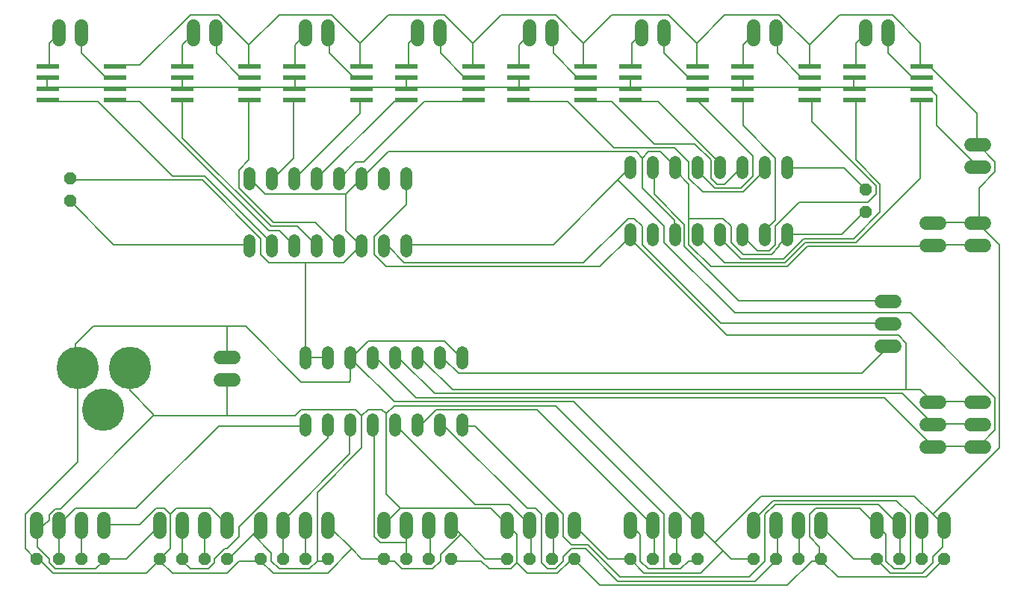
<source format=gbr>
G04 EAGLE Gerber RS-274X export*
G75*
%MOMM*%
%FSLAX34Y34*%
%LPD*%
%INTop Copper*%
%IPPOS*%
%AMOC8*
5,1,8,0,0,1.08239X$1,22.5*%
G01*
%ADD10C,1.524000*%
%ADD11P,1.429621X8X112.500000*%
%ADD12P,1.429621X8X292.500000*%
%ADD13C,1.320800*%
%ADD14P,1.429621X8X22.500000*%
%ADD15R,2.500000X0.500000*%
%ADD16C,4.800000*%
%ADD17C,0.152400*%


D10*
X1137920Y419100D02*
X1122680Y419100D01*
X1122680Y444500D02*
X1137920Y444500D01*
X1137920Y241300D02*
X1122680Y241300D01*
X1122680Y215900D02*
X1137920Y215900D01*
X1137920Y190500D02*
X1122680Y190500D01*
X1087120Y241300D02*
X1071880Y241300D01*
X1071880Y215900D02*
X1087120Y215900D01*
X1087120Y190500D02*
X1071880Y190500D01*
D11*
X1003300Y457200D03*
X1003300Y482600D03*
D12*
X101600Y495300D03*
X101600Y469900D03*
D10*
X1021080Y355600D02*
X1036320Y355600D01*
X1036320Y330200D02*
X1021080Y330200D01*
X1021080Y304800D02*
X1036320Y304800D01*
X1071880Y419100D02*
X1087120Y419100D01*
X1087120Y444500D02*
X1071880Y444500D01*
D13*
X914400Y501396D02*
X914400Y514604D01*
X889000Y514604D02*
X889000Y501396D01*
X812800Y501396D02*
X812800Y514604D01*
X787400Y514604D02*
X787400Y501396D01*
X863600Y501396D02*
X863600Y514604D01*
X838200Y514604D02*
X838200Y501396D01*
X762000Y501396D02*
X762000Y514604D01*
X736600Y514604D02*
X736600Y501396D01*
X736600Y438404D02*
X736600Y425196D01*
X762000Y425196D02*
X762000Y438404D01*
X787400Y438404D02*
X787400Y425196D01*
X812800Y425196D02*
X812800Y438404D01*
X838200Y438404D02*
X838200Y425196D01*
X863600Y425196D02*
X863600Y438404D01*
X889000Y438404D02*
X889000Y425196D01*
X914400Y425196D02*
X914400Y438404D01*
X304800Y425704D02*
X304800Y412496D01*
X330200Y412496D02*
X330200Y425704D01*
X406400Y425704D02*
X406400Y412496D01*
X431800Y412496D02*
X431800Y425704D01*
X355600Y425704D02*
X355600Y412496D01*
X381000Y412496D02*
X381000Y425704D01*
X457200Y425704D02*
X457200Y412496D01*
X482600Y412496D02*
X482600Y425704D01*
X482600Y488696D02*
X482600Y501904D01*
X457200Y501904D02*
X457200Y488696D01*
X431800Y488696D02*
X431800Y501904D01*
X406400Y501904D02*
X406400Y488696D01*
X381000Y488696D02*
X381000Y501904D01*
X355600Y501904D02*
X355600Y488696D01*
X330200Y488696D02*
X330200Y501904D01*
X304800Y501904D02*
X304800Y488696D01*
D10*
X520700Y652780D02*
X520700Y668020D01*
X495300Y668020D02*
X495300Y652780D01*
X393700Y652780D02*
X393700Y668020D01*
X368300Y668020D02*
X368300Y652780D01*
X1028700Y652780D02*
X1028700Y668020D01*
X1003300Y668020D02*
X1003300Y652780D01*
X901700Y652780D02*
X901700Y668020D01*
X876300Y668020D02*
X876300Y652780D01*
X266700Y652780D02*
X266700Y668020D01*
X241300Y668020D02*
X241300Y652780D01*
X114300Y652780D02*
X114300Y668020D01*
X88900Y668020D02*
X88900Y652780D01*
X774700Y652780D02*
X774700Y668020D01*
X749300Y668020D02*
X749300Y652780D01*
X647700Y652780D02*
X647700Y668020D01*
X622300Y668020D02*
X622300Y652780D01*
D13*
X368300Y222504D02*
X368300Y209296D01*
X393700Y209296D02*
X393700Y222504D01*
X469900Y222504D02*
X469900Y209296D01*
X495300Y209296D02*
X495300Y222504D01*
X419100Y222504D02*
X419100Y209296D01*
X444500Y209296D02*
X444500Y222504D01*
X520700Y222504D02*
X520700Y209296D01*
X546100Y209296D02*
X546100Y222504D01*
X546100Y285496D02*
X546100Y298704D01*
X520700Y298704D02*
X520700Y285496D01*
X495300Y285496D02*
X495300Y298704D01*
X469900Y298704D02*
X469900Y285496D01*
X444500Y285496D02*
X444500Y298704D01*
X419100Y298704D02*
X419100Y285496D01*
X393700Y285496D02*
X393700Y298704D01*
X368300Y298704D02*
X368300Y285496D01*
D10*
X1016000Y109220D02*
X1016000Y93980D01*
X1041400Y93980D02*
X1041400Y109220D01*
X876300Y109220D02*
X876300Y93980D01*
X901700Y93980D02*
X901700Y109220D01*
X736600Y109220D02*
X736600Y93980D01*
X762000Y93980D02*
X762000Y109220D01*
X596900Y109220D02*
X596900Y93980D01*
X622300Y93980D02*
X622300Y109220D01*
X457200Y109220D02*
X457200Y93980D01*
X482600Y93980D02*
X482600Y109220D01*
X317500Y109220D02*
X317500Y93980D01*
X342900Y93980D02*
X342900Y109220D01*
X203200Y109220D02*
X203200Y93980D01*
X228600Y93980D02*
X228600Y109220D01*
X63500Y109220D02*
X63500Y93980D01*
X88900Y93980D02*
X88900Y109220D01*
X1092200Y109220D02*
X1092200Y93980D01*
X1066800Y93980D02*
X1066800Y109220D01*
X952500Y109220D02*
X952500Y93980D01*
X927100Y93980D02*
X927100Y109220D01*
X812800Y109220D02*
X812800Y93980D01*
X787400Y93980D02*
X787400Y109220D01*
X673100Y109220D02*
X673100Y93980D01*
X647700Y93980D02*
X647700Y109220D01*
X533400Y109220D02*
X533400Y93980D01*
X508000Y93980D02*
X508000Y109220D01*
X393700Y109220D02*
X393700Y93980D01*
X368300Y93980D02*
X368300Y109220D01*
X279400Y109220D02*
X279400Y93980D01*
X254000Y93980D02*
X254000Y109220D01*
X139700Y109220D02*
X139700Y93980D01*
X114300Y93980D02*
X114300Y109220D01*
D14*
X1016000Y63500D03*
X1041400Y63500D03*
X508000Y63500D03*
X533400Y63500D03*
X317500Y63500D03*
X342900Y63500D03*
X368300Y63500D03*
X393700Y63500D03*
X203200Y63500D03*
X228600Y63500D03*
X254000Y63500D03*
X279400Y63500D03*
X63500Y63500D03*
X88900Y63500D03*
X114300Y63500D03*
X139700Y63500D03*
X1066800Y63500D03*
X1092200Y63500D03*
X876300Y63500D03*
X901700Y63500D03*
X927100Y63500D03*
X952500Y63500D03*
X736600Y63500D03*
X762000Y63500D03*
X787400Y63500D03*
X812800Y63500D03*
X596900Y63500D03*
X622300Y63500D03*
X647700Y63500D03*
X673100Y63500D03*
X457200Y63500D03*
X482600Y63500D03*
D10*
X1122680Y508000D02*
X1137920Y508000D01*
X1137920Y533400D02*
X1122680Y533400D01*
D15*
X482600Y622300D03*
X482600Y609600D03*
X482600Y596900D03*
X482600Y584200D03*
X558700Y622300D03*
X558700Y609600D03*
X558700Y596900D03*
X558700Y584200D03*
X355600Y622300D03*
X355600Y609600D03*
X355600Y596900D03*
X355600Y584200D03*
X431700Y622300D03*
X431700Y609600D03*
X431700Y596900D03*
X431700Y584200D03*
X990600Y622300D03*
X990600Y609600D03*
X990600Y596900D03*
X990600Y584200D03*
X1066700Y622300D03*
X1066700Y609600D03*
X1066700Y596900D03*
X1066700Y584200D03*
X863600Y622300D03*
X863600Y609600D03*
X863600Y596900D03*
X863600Y584200D03*
X939700Y622300D03*
X939700Y609600D03*
X939700Y596900D03*
X939700Y584200D03*
X228600Y622300D03*
X228600Y609600D03*
X228600Y596900D03*
X228600Y584200D03*
X304700Y622300D03*
X304700Y609600D03*
X304700Y596900D03*
X304700Y584200D03*
X76200Y622300D03*
X76200Y609600D03*
X76200Y596900D03*
X76200Y584200D03*
X152300Y622300D03*
X152300Y609600D03*
X152300Y596900D03*
X152300Y584200D03*
X736600Y622300D03*
X736600Y609600D03*
X736600Y596900D03*
X736600Y584200D03*
X812700Y622300D03*
X812700Y609600D03*
X812700Y596900D03*
X812700Y584200D03*
X609600Y622300D03*
X609600Y609600D03*
X609600Y596900D03*
X609600Y584200D03*
X685700Y622300D03*
X685700Y609600D03*
X685700Y596900D03*
X685700Y584200D03*
D16*
X139100Y233400D03*
X169100Y280400D03*
X110100Y280400D03*
D10*
X271780Y266700D02*
X287020Y266700D01*
X287020Y292100D02*
X271780Y292100D01*
D17*
X502920Y582930D02*
X557784Y582930D01*
X502920Y582930D02*
X434340Y514350D01*
X425196Y514350D01*
X406908Y496062D01*
X557784Y582930D02*
X558700Y584200D01*
X406908Y496062D02*
X406400Y495300D01*
X468630Y582930D02*
X482346Y582930D01*
X468630Y582930D02*
X381000Y495300D01*
X482346Y582930D02*
X482600Y584200D01*
X354330Y582930D02*
X354330Y518922D01*
X331470Y496062D01*
X354330Y582930D02*
X355600Y584200D01*
X331470Y496062D02*
X330200Y495300D01*
X1065276Y496062D02*
X1065276Y582930D01*
X1065276Y496062D02*
X992124Y422910D01*
X934974Y422910D01*
X912114Y400050D01*
X843534Y400050D01*
X813816Y429768D01*
X1065276Y582930D02*
X1066700Y584200D01*
X812800Y431800D02*
X813816Y429768D01*
X941832Y560070D02*
X941832Y582930D01*
X941832Y560070D02*
X1014984Y486918D01*
X1014984Y477774D01*
X1005840Y468630D01*
X928116Y468630D01*
X900684Y441198D01*
X900684Y420624D01*
X893826Y413766D01*
X880110Y413766D01*
X864108Y429768D01*
X941832Y582930D02*
X939700Y584200D01*
X863600Y431800D02*
X864108Y429768D01*
X864108Y555498D02*
X864108Y582930D01*
X864108Y555498D02*
X900684Y518922D01*
X900684Y448056D01*
X889254Y436626D01*
X889254Y432054D01*
X864108Y582930D02*
X863600Y584200D01*
X889254Y432054D02*
X889000Y431800D01*
X304038Y516636D02*
X304038Y582930D01*
X304038Y516636D02*
X292608Y505206D01*
X292608Y484632D01*
X331470Y445770D01*
X379476Y445770D01*
X404622Y420624D01*
X304038Y582930D02*
X304700Y584200D01*
X404622Y420624D02*
X406400Y419100D01*
X228600Y541782D02*
X228600Y584200D01*
X228600Y541782D02*
X329184Y441198D01*
X358902Y441198D01*
X381000Y419100D01*
X180594Y582930D02*
X153162Y582930D01*
X180594Y582930D02*
X326898Y436626D01*
X338328Y436626D01*
X354330Y420624D01*
X153162Y582930D02*
X152300Y584200D01*
X354330Y420624D02*
X355600Y419100D01*
X132588Y582930D02*
X77724Y582930D01*
X132588Y582930D02*
X217170Y498348D01*
X253746Y498348D01*
X331470Y420624D01*
X77724Y582930D02*
X76200Y584200D01*
X330200Y419100D02*
X331470Y420624D01*
X738378Y582930D02*
X768096Y582930D01*
X836676Y514350D01*
X836676Y509778D01*
X738378Y582930D02*
X736600Y584200D01*
X836676Y509778D02*
X838200Y508000D01*
X715518Y582930D02*
X685800Y582930D01*
X715518Y582930D02*
X763524Y534924D01*
X809244Y534924D01*
X827532Y516636D01*
X827532Y496062D01*
X834390Y489204D01*
X843534Y489204D01*
X861822Y507492D01*
X685800Y582930D02*
X685700Y584200D01*
X861822Y507492D02*
X863600Y508000D01*
X665226Y582930D02*
X610362Y582930D01*
X665226Y582930D02*
X717804Y530352D01*
X786384Y530352D01*
X802386Y514350D01*
X802386Y496062D01*
X818388Y480060D01*
X864108Y480060D01*
X886968Y502920D01*
X886968Y507492D01*
X610362Y582930D02*
X609600Y584200D01*
X886968Y507492D02*
X889000Y508000D01*
X304038Y420624D02*
X150876Y420624D01*
X101600Y469900D01*
X304038Y420624D02*
X304800Y419100D01*
X914400Y507492D02*
X978408Y507492D01*
X1003300Y482600D01*
X914400Y507492D02*
X914400Y508000D01*
X649224Y420624D02*
X484632Y420624D01*
X722376Y493776D02*
X736600Y508000D01*
X722376Y493776D02*
X649224Y420624D01*
X484632Y420624D02*
X482600Y419100D01*
X450342Y290322D02*
X445770Y290322D01*
X450342Y290322D02*
X493776Y246888D01*
X1024128Y246888D01*
X1078992Y192024D01*
X445770Y290322D02*
X444500Y292100D01*
X1078992Y192024D02*
X1079500Y190500D01*
X1081278Y192024D02*
X1129284Y192024D01*
X1130300Y190500D01*
X1081278Y192024D02*
X1079500Y190500D01*
X774954Y441198D02*
X722376Y493776D01*
X774954Y441198D02*
X774954Y422910D01*
X854964Y342900D01*
X1053846Y342900D01*
X1149858Y246888D01*
X1149858Y210312D01*
X1131570Y192024D01*
X1130300Y190500D01*
X763524Y477774D02*
X763524Y507492D01*
X763524Y477774D02*
X797814Y443484D01*
X797814Y418338D01*
X859536Y356616D01*
X1028700Y356616D01*
X763524Y507492D02*
X762000Y508000D01*
X1028700Y356616D02*
X1028700Y355600D01*
X461772Y418338D02*
X457200Y418338D01*
X461772Y418338D02*
X480060Y400050D01*
X683514Y400050D01*
X733806Y450342D01*
X740664Y450342D01*
X749808Y441198D01*
X749808Y420624D01*
X838962Y331470D01*
X1028700Y331470D01*
X457200Y418338D02*
X457200Y419100D01*
X1028700Y331470D02*
X1028700Y330200D01*
X475488Y290322D02*
X470916Y290322D01*
X475488Y290322D02*
X514350Y251460D01*
X1044702Y251460D01*
X1078992Y217170D01*
X470916Y290322D02*
X469900Y292100D01*
X1078992Y217170D02*
X1079500Y215900D01*
X1081278Y217170D02*
X1129284Y217170D01*
X1130300Y215900D01*
X1081278Y217170D02*
X1079500Y215900D01*
X114300Y101600D02*
X114300Y63500D01*
X253746Y64008D02*
X253746Y100584D01*
X253746Y64008D02*
X254000Y63500D01*
X253746Y100584D02*
X254000Y101600D01*
X368046Y100584D02*
X368046Y64008D01*
X368300Y63500D01*
X368046Y100584D02*
X368300Y101600D01*
X509778Y100584D02*
X509778Y64008D01*
X508000Y63500D01*
X509778Y100584D02*
X508000Y101600D01*
X649224Y100584D02*
X649224Y64008D01*
X647700Y63500D01*
X649224Y100584D02*
X647700Y101600D01*
X788670Y100584D02*
X788670Y64008D01*
X787400Y63500D01*
X788670Y100584D02*
X787400Y101600D01*
X928116Y100584D02*
X928116Y64008D01*
X927100Y63500D01*
X928116Y100584D02*
X927100Y101600D01*
X1067562Y100584D02*
X1067562Y64008D01*
X1066800Y63500D01*
X1067562Y100584D02*
X1066800Y101600D01*
X1042416Y100584D02*
X1042416Y64008D01*
X1041400Y63500D01*
X1042416Y100584D02*
X1041400Y101600D01*
X560070Y214884D02*
X546354Y214884D01*
X560070Y214884D02*
X660654Y114300D01*
X660654Y89154D01*
X669798Y80010D01*
X688086Y80010D01*
X724662Y43434D01*
X870966Y43434D01*
X889254Y61722D01*
X889254Y114300D01*
X900684Y125730D01*
X1017270Y125730D01*
X1041400Y101600D01*
X546354Y214884D02*
X546100Y215900D01*
X525780Y214884D02*
X521208Y214884D01*
X525780Y214884D02*
X619506Y121158D01*
X628650Y121158D01*
X635508Y114300D01*
X635508Y59436D01*
X642366Y52578D01*
X651510Y52578D01*
X660654Y61722D01*
X660654Y66294D01*
X669798Y75438D01*
X685800Y75438D01*
X722376Y38862D01*
X877824Y38862D01*
X900684Y61722D01*
X521208Y214884D02*
X520700Y215900D01*
X900684Y61722D02*
X901700Y63500D01*
X902970Y64008D02*
X902970Y100584D01*
X901700Y101600D01*
X902970Y64008D02*
X901700Y63500D01*
X763524Y64008D02*
X763524Y100584D01*
X763524Y64008D02*
X762000Y63500D01*
X763524Y100584D02*
X762000Y101600D01*
X500634Y217170D02*
X496062Y217170D01*
X500634Y217170D02*
X516636Y233172D01*
X630936Y233172D01*
X761238Y102870D01*
X496062Y217170D02*
X495300Y215900D01*
X761238Y102870D02*
X762000Y101600D01*
X560070Y125730D02*
X469900Y215900D01*
X560070Y125730D02*
X598932Y125730D01*
X621792Y102870D01*
X622300Y101600D01*
X624078Y100584D02*
X624078Y64008D01*
X622300Y63500D01*
X624078Y100584D02*
X622300Y101600D01*
X482346Y100584D02*
X482346Y82296D01*
X482346Y64008D01*
X482600Y63500D01*
X482346Y100584D02*
X482600Y101600D01*
X445770Y89154D02*
X445770Y214884D01*
X445770Y89154D02*
X452628Y82296D01*
X482346Y82296D01*
X445770Y214884D02*
X444500Y215900D01*
X342900Y101600D02*
X342900Y63500D01*
X418338Y182880D02*
X418338Y214884D01*
X418338Y182880D02*
X342900Y107442D01*
X342900Y101600D01*
X418338Y214884D02*
X419100Y215900D01*
X228600Y101600D02*
X228600Y63500D01*
X393192Y201168D02*
X393192Y214884D01*
X393192Y201168D02*
X292608Y100584D01*
X292608Y89154D01*
X278892Y75438D01*
X276606Y75438D01*
X265176Y64008D01*
X265176Y59436D01*
X258318Y52578D01*
X237744Y52578D01*
X228600Y61722D01*
X393192Y214884D02*
X393700Y215900D01*
X228600Y63500D02*
X228600Y61722D01*
X89154Y64008D02*
X89154Y100584D01*
X89154Y64008D02*
X88900Y63500D01*
X89154Y100584D02*
X88900Y101600D01*
X269748Y214884D02*
X368046Y214884D01*
X269748Y214884D02*
X176022Y121158D01*
X107442Y121158D01*
X89154Y102870D01*
X368046Y214884D02*
X368300Y215900D01*
X89154Y102870D02*
X88900Y101600D01*
X141732Y64008D02*
X164592Y64008D01*
X201168Y100584D01*
X141732Y64008D02*
X139700Y63500D01*
X201168Y100584D02*
X203200Y101600D01*
X64008Y100584D02*
X64008Y77724D01*
X77724Y64008D01*
X77724Y59436D01*
X84582Y52578D01*
X130302Y52578D01*
X139446Y61722D01*
X64008Y100584D02*
X63500Y101600D01*
X139700Y63500D02*
X139446Y61722D01*
X64008Y102870D02*
X64008Y112014D01*
X64008Y102870D02*
X63500Y101600D01*
X950976Y77724D02*
X950976Y64008D01*
X950976Y77724D02*
X939546Y89154D01*
X939546Y114300D01*
X946404Y121158D01*
X996696Y121158D01*
X1014984Y102870D01*
X952500Y63500D02*
X950976Y64008D01*
X1014984Y102870D02*
X1016000Y101600D01*
X1072134Y43434D02*
X1092200Y63500D01*
X1072134Y43434D02*
X971550Y43434D01*
X953262Y61722D01*
X952500Y63500D01*
X877824Y102870D02*
X877824Y109728D01*
X898398Y130302D01*
X1037844Y130302D01*
X1053846Y114300D01*
X1053846Y59436D01*
X1046988Y52578D01*
X1035558Y52578D01*
X1026414Y61722D01*
X1026414Y91440D01*
X1017270Y100584D01*
X877824Y102870D02*
X876300Y101600D01*
X1016000Y101600D02*
X1017270Y100584D01*
X317754Y100584D02*
X308610Y91440D01*
X281178Y64008D01*
X279400Y63500D01*
X317754Y100584D02*
X317500Y101600D01*
X381762Y61722D02*
X393192Y61722D01*
X381762Y61722D02*
X372618Y52578D01*
X338328Y52578D01*
X329184Y61722D01*
X329184Y70866D01*
X308610Y91440D01*
X393700Y63500D02*
X393192Y61722D01*
X802386Y61722D02*
X811530Y61722D01*
X802386Y61722D02*
X793242Y52578D01*
X774954Y52578D02*
X756666Y52578D01*
X774954Y52578D02*
X793242Y52578D01*
X756666Y52578D02*
X747522Y61722D01*
X747522Y91440D01*
X738378Y100584D01*
X811530Y61722D02*
X812800Y63500D01*
X738378Y100584D02*
X736600Y101600D01*
X566928Y61722D02*
X534924Y61722D01*
X566928Y61722D02*
X576072Y52578D01*
X601218Y52578D01*
X608076Y59436D01*
X608076Y91440D01*
X598932Y100584D01*
X534924Y61722D02*
X533400Y63500D01*
X596900Y101600D02*
X598932Y100584D01*
X667512Y61722D02*
X672084Y61722D01*
X667512Y61722D02*
X653796Y48006D01*
X619506Y48006D01*
X608076Y59436D01*
X672084Y61722D02*
X673100Y63500D01*
X475488Y121158D02*
X457200Y102870D01*
X475488Y121158D02*
X578358Y121158D01*
X596646Y102870D01*
X457200Y102870D02*
X457200Y101600D01*
X596646Y102870D02*
X596900Y101600D01*
X774954Y114300D02*
X774954Y52578D01*
X774954Y114300D02*
X651510Y237744D01*
X468630Y237744D01*
X459486Y228600D01*
X459486Y137160D01*
X475488Y121158D01*
X381762Y139446D02*
X381762Y61722D01*
X381762Y139446D02*
X432054Y189738D01*
X432054Y226314D01*
X438912Y233172D01*
X454914Y233172D01*
X459486Y228600D01*
X941832Y61722D02*
X950976Y61722D01*
X941832Y61722D02*
X914400Y34290D01*
X701802Y34290D01*
X674370Y61722D01*
X950976Y61722D02*
X952500Y63500D01*
X674370Y61722D02*
X673100Y63500D01*
X363474Y233172D02*
X356616Y226314D01*
X363474Y233172D02*
X425196Y233172D01*
X432054Y226314D01*
X356616Y226314D02*
X279400Y226314D01*
X195786Y226314D01*
X66386Y102870D02*
X64008Y102870D01*
X63500Y101600D02*
X71072Y101600D01*
X90122Y120650D02*
X195786Y226314D01*
X90122Y120650D02*
X84166Y120650D01*
X77470Y113955D01*
X77470Y107998D01*
X71072Y101600D01*
X195786Y228314D02*
X169100Y255000D01*
X169100Y280400D01*
X195786Y228314D02*
X195786Y226314D01*
X279400Y226314D02*
X279400Y266700D01*
X914400Y432054D02*
X976122Y432054D01*
X1001268Y457200D01*
X914400Y432054D02*
X914400Y431800D01*
X1001268Y457200D02*
X1003300Y457200D01*
X1081024Y420624D02*
X1129284Y420624D01*
X1081024Y420624D02*
X1079500Y419100D01*
X1129284Y420624D02*
X1130300Y419100D01*
X786384Y432054D02*
X786384Y448056D01*
X749808Y484632D01*
X749808Y518922D01*
X756666Y525780D01*
X770382Y525780D01*
X786384Y509778D01*
X786384Y432054D02*
X787400Y431800D01*
X787400Y508000D02*
X786384Y509778D01*
X937260Y418338D02*
X1078738Y418338D01*
X937260Y418338D02*
X914400Y395478D01*
X827532Y395478D01*
X802386Y420624D01*
X802386Y450342D02*
X802386Y489204D01*
X802386Y450342D02*
X802386Y420624D01*
X802386Y489204D02*
X788670Y502920D01*
X788670Y507492D01*
X1078738Y418338D02*
X1079500Y419100D01*
X788670Y507492D02*
X787400Y508000D01*
X905256Y420624D02*
X914400Y429768D01*
X905256Y420624D02*
X905256Y418338D01*
X896112Y409194D01*
X864108Y409194D01*
X850392Y422910D01*
X850392Y441198D01*
X841248Y450342D01*
X802386Y450342D01*
X914400Y431800D02*
X914400Y429768D01*
X322326Y477774D02*
X304800Y495300D01*
X322326Y477774D02*
X413766Y477774D01*
X429768Y493776D01*
X431800Y495300D01*
X393192Y292608D02*
X370332Y292608D01*
X368300Y292100D01*
X393192Y292608D02*
X393700Y292100D01*
X251460Y493776D02*
X102870Y493776D01*
X251460Y493776D02*
X317754Y427482D01*
X317754Y409194D01*
X326898Y400050D01*
X368046Y400050D02*
X411480Y400050D01*
X368046Y400050D02*
X326898Y400050D01*
X411480Y400050D02*
X429768Y418338D01*
X102870Y493776D02*
X101600Y495300D01*
X429768Y418338D02*
X431800Y419100D01*
X368046Y400050D02*
X368046Y292608D01*
X368300Y292100D01*
X413766Y436626D02*
X413766Y477774D01*
X413766Y436626D02*
X429768Y420624D01*
X431800Y419100D01*
X742950Y525780D02*
X749808Y518922D01*
X742950Y525780D02*
X461772Y525780D01*
X432054Y496062D01*
X431800Y495300D01*
X521208Y290322D02*
X525780Y290322D01*
X541782Y274320D01*
X998982Y274320D01*
X1028700Y304038D01*
X521208Y290322D02*
X520700Y292100D01*
X1028700Y304038D02*
X1028700Y304800D01*
X484632Y624078D02*
X484632Y649224D01*
X493776Y658368D01*
X484632Y624078D02*
X482600Y622300D01*
X493776Y658368D02*
X495300Y660400D01*
X548640Y610362D02*
X557784Y610362D01*
X548640Y610362D02*
X521208Y637794D01*
X521208Y658368D01*
X557784Y610362D02*
X558700Y609600D01*
X521208Y658368D02*
X520700Y660400D01*
X429768Y610362D02*
X422910Y610362D01*
X395478Y637794D01*
X395478Y658368D01*
X429768Y610362D02*
X431700Y609600D01*
X395478Y658368D02*
X393700Y660400D01*
X356616Y646938D02*
X356616Y624078D01*
X356616Y646938D02*
X368046Y658368D01*
X356616Y624078D02*
X355600Y622300D01*
X368046Y658368D02*
X368300Y660400D01*
X992124Y582930D02*
X992124Y516636D01*
X1019556Y489204D01*
X1019556Y457200D01*
X989838Y427482D01*
X932688Y427482D01*
X909828Y404622D01*
X861822Y404622D01*
X836676Y429768D01*
X990600Y584200D02*
X992124Y582930D01*
X838200Y431800D02*
X836676Y429768D01*
X1056132Y610362D02*
X1065276Y610362D01*
X1056132Y610362D02*
X1028700Y637794D01*
X1028700Y660400D01*
X1065276Y610362D02*
X1066700Y609600D01*
X992124Y624078D02*
X992124Y649224D01*
X1003300Y660400D01*
X992124Y624078D02*
X990600Y622300D01*
X939546Y610362D02*
X930402Y610362D01*
X902970Y637794D01*
X902970Y658368D01*
X939546Y610362D02*
X939700Y609600D01*
X902970Y658368D02*
X901700Y660400D01*
X864108Y646938D02*
X864108Y624078D01*
X864108Y646938D02*
X875538Y658368D01*
X864108Y624078D02*
X863600Y622300D01*
X875538Y658368D02*
X876300Y660400D01*
X482346Y493776D02*
X482346Y466344D01*
X445770Y429768D01*
X445770Y409194D01*
X459486Y395478D01*
X701802Y395478D01*
X736092Y429768D01*
X482346Y493776D02*
X482600Y495300D01*
X736600Y431800D02*
X736092Y429768D01*
X500634Y290322D02*
X496062Y290322D01*
X500634Y290322D02*
X534924Y256032D01*
X1049274Y256032D02*
X1065276Y256032D01*
X1049274Y256032D02*
X534924Y256032D01*
X1065276Y256032D02*
X1078992Y242316D01*
X496062Y290322D02*
X495300Y292100D01*
X1078992Y242316D02*
X1079500Y241300D01*
X1081278Y242316D02*
X1129284Y242316D01*
X1130300Y241300D01*
X1081278Y242316D02*
X1079500Y241300D01*
X738378Y425196D02*
X738378Y429768D01*
X738378Y425196D02*
X845820Y317754D01*
X1040130Y317754D01*
X1049274Y308610D01*
X1049274Y256032D01*
X738378Y429768D02*
X736600Y431800D01*
X457200Y64008D02*
X432054Y64008D01*
X420624Y75438D02*
X395478Y100584D01*
X420624Y75438D02*
X432054Y64008D01*
X457200Y64008D02*
X457200Y63500D01*
X395478Y100584D02*
X393700Y101600D01*
X571500Y64008D02*
X596646Y64008D01*
X544068Y91440D02*
X534924Y100584D01*
X544068Y91440D02*
X571500Y64008D01*
X596646Y64008D02*
X596900Y63500D01*
X534924Y100584D02*
X533400Y101600D01*
X468630Y61722D02*
X457200Y61722D01*
X468630Y61722D02*
X477774Y52578D01*
X512064Y52578D01*
X521208Y61722D01*
X521208Y68580D01*
X544068Y91440D01*
X457200Y63500D02*
X457200Y61722D01*
X420624Y292608D02*
X438912Y310896D01*
X525780Y310896D01*
X544068Y292608D01*
X420624Y292608D02*
X419100Y292100D01*
X544068Y292608D02*
X546100Y292100D01*
X68580Y61722D02*
X64008Y61722D01*
X68580Y61722D02*
X82296Y48006D01*
X187452Y48006D01*
X201168Y61722D01*
X64008Y61722D02*
X63500Y63500D01*
X201168Y61722D02*
X203200Y63500D01*
X292608Y61722D02*
X315468Y61722D01*
X292608Y61722D02*
X278892Y48006D01*
X217170Y48006D01*
X203454Y61722D01*
X315468Y61722D02*
X317500Y63500D01*
X203454Y61722D02*
X203200Y63500D01*
X180594Y102870D02*
X141732Y102870D01*
X180594Y102870D02*
X198882Y121158D01*
X208026Y121158D01*
X214884Y114300D01*
X214884Y75438D01*
X203454Y64008D01*
X141732Y102870D02*
X139700Y101600D01*
X203454Y64008D02*
X203200Y63500D01*
X260604Y121158D02*
X278892Y102870D01*
X260604Y121158D02*
X221742Y121158D01*
X214884Y114300D01*
X278892Y102870D02*
X279400Y101600D01*
X50292Y114300D02*
X50292Y75438D01*
X61722Y64008D01*
X63500Y63500D01*
X362966Y264922D02*
X418338Y264922D01*
X419100Y266700D02*
X419100Y292100D01*
X419100Y266700D02*
X418338Y264922D01*
X420624Y75438D02*
X393192Y48006D01*
X331470Y48006D01*
X317754Y61722D01*
X317500Y63500D01*
X989838Y64008D02*
X1014984Y64008D01*
X989838Y64008D02*
X953262Y100584D01*
X1014984Y64008D02*
X1016000Y63500D01*
X953262Y100584D02*
X952500Y101600D01*
X1090422Y100584D02*
X1090422Y77724D01*
X1078992Y66294D01*
X1078992Y59436D01*
X1067562Y48006D01*
X1030986Y48006D01*
X1017270Y61722D01*
X1090422Y100584D02*
X1092200Y101600D01*
X1017270Y61722D02*
X1016000Y63500D01*
X736092Y64008D02*
X710946Y64008D01*
X674370Y100584D01*
X736092Y64008D02*
X736600Y63500D01*
X674370Y100584D02*
X673100Y101600D01*
X850392Y64008D02*
X875538Y64008D01*
X832104Y82296D02*
X812800Y101600D01*
X832104Y82296D02*
X841248Y73152D01*
X850392Y64008D01*
X875538Y64008D02*
X876300Y63500D01*
X752094Y48006D02*
X736600Y63500D01*
X752094Y48006D02*
X816102Y48006D01*
X841248Y73152D01*
X1058418Y134874D02*
X1078992Y114300D01*
X1090422Y102870D01*
X1058418Y134874D02*
X884682Y134874D01*
X832104Y82296D01*
X1090422Y102870D02*
X1092200Y101600D01*
X1081024Y445770D02*
X1129284Y445770D01*
X1081024Y445770D02*
X1079500Y444500D01*
X1129284Y445770D02*
X1130300Y444500D01*
X1076706Y621792D02*
X1067562Y621792D01*
X1076706Y621792D02*
X1129284Y569214D01*
X1129284Y534924D01*
X1067562Y621792D02*
X1066700Y622300D01*
X1129284Y534924D02*
X1130300Y533400D01*
X1131570Y484632D02*
X1131570Y445770D01*
X1131570Y484632D02*
X1149858Y502920D01*
X1149858Y514350D01*
X1131570Y532638D01*
X1131570Y445770D02*
X1130300Y444500D01*
X1131570Y532638D02*
X1130300Y533400D01*
X180594Y624078D02*
X153162Y624078D01*
X180594Y624078D02*
X237744Y681228D01*
X269748Y681228D01*
X304038Y646938D01*
X304038Y624078D01*
X153162Y624078D02*
X152300Y622300D01*
X304038Y624078D02*
X304700Y622300D01*
X429768Y624078D02*
X429768Y649224D01*
X397764Y681228D01*
X338328Y681228D01*
X304038Y646938D01*
X429768Y624078D02*
X431700Y622300D01*
X557784Y624078D02*
X557784Y649224D01*
X525780Y681228D01*
X461772Y681228D01*
X429768Y649224D01*
X557784Y624078D02*
X558700Y622300D01*
X683514Y624078D02*
X683514Y649224D01*
X651510Y681228D01*
X589788Y681228D01*
X557784Y649224D01*
X683514Y624078D02*
X685700Y622300D01*
X811530Y624078D02*
X811530Y649224D01*
X779526Y681228D01*
X715518Y681228D01*
X683514Y649224D01*
X811530Y624078D02*
X812700Y622300D01*
X939546Y624078D02*
X939546Y646938D01*
X905256Y681228D01*
X843534Y681228D01*
X811530Y649224D01*
X939546Y624078D02*
X939700Y622300D01*
X1065276Y624078D02*
X1065276Y649224D01*
X1033272Y681228D01*
X973836Y681228D01*
X939546Y646938D01*
X1065276Y624078D02*
X1066700Y622300D01*
X1154430Y189738D02*
X1078992Y114300D01*
X1154430Y189738D02*
X1154430Y420624D01*
X1131570Y443484D01*
X1130300Y444500D01*
X468630Y242316D02*
X420624Y290322D01*
X468630Y242316D02*
X672084Y242316D01*
X812800Y101600D01*
X420624Y290322D02*
X419100Y292100D01*
X362966Y264922D02*
X300078Y327810D01*
X127581Y327810D02*
X107442Y307671D01*
X279400Y327810D02*
X300078Y327810D01*
X279400Y327810D02*
X127581Y327810D01*
X110100Y280400D02*
X110100Y279400D01*
X110100Y174108D01*
X50292Y114300D01*
X107442Y282058D02*
X107442Y307671D01*
X107442Y282058D02*
X110100Y279400D01*
X279400Y292100D02*
X279400Y327810D01*
X941832Y598932D02*
X989838Y598932D01*
X941832Y598932D02*
X939700Y596900D01*
X989838Y598932D02*
X989838Y608076D01*
X990600Y609600D01*
X989838Y598932D02*
X990600Y596900D01*
X992124Y598932D02*
X1065276Y598932D01*
X1066700Y596900D01*
X992124Y598932D02*
X990600Y596900D01*
X1083564Y555498D02*
X1129284Y509778D01*
X1083564Y555498D02*
X1083564Y589788D01*
X1076706Y596646D01*
X1067562Y596646D01*
X1129284Y509778D02*
X1130300Y508000D01*
X1067562Y596646D02*
X1066700Y596900D01*
X228600Y598932D02*
X228600Y609600D01*
X75438Y608076D02*
X75438Y598932D01*
X76200Y596900D01*
X75438Y608076D02*
X76200Y609600D01*
X77724Y598932D02*
X150876Y598932D01*
X152300Y596900D01*
X77724Y598932D02*
X76200Y596900D01*
X153162Y598932D02*
X228600Y598932D01*
X153162Y598932D02*
X152300Y596900D01*
X813816Y598932D02*
X861822Y598932D01*
X813816Y598932D02*
X812700Y596900D01*
X861822Y598932D02*
X863600Y596900D01*
X864108Y598932D02*
X864108Y608076D01*
X863600Y609600D01*
X736092Y598932D02*
X685800Y598932D01*
X685700Y596900D01*
X736092Y598932D02*
X736092Y608076D01*
X736600Y609600D01*
X736092Y598932D02*
X736600Y596900D01*
X608076Y598932D02*
X560070Y598932D01*
X558700Y596900D01*
X608076Y598932D02*
X609600Y596900D01*
X610362Y598932D02*
X610362Y608076D01*
X609600Y609600D01*
X354330Y598932D02*
X306324Y598932D01*
X304700Y596900D01*
X354330Y598932D02*
X355600Y596900D01*
X356616Y598932D02*
X356616Y608076D01*
X355600Y609600D01*
X432054Y598932D02*
X482346Y598932D01*
X432054Y598932D02*
X431700Y596900D01*
X482346Y598932D02*
X482346Y608076D01*
X482600Y609600D01*
X482346Y598932D02*
X482600Y596900D01*
X429768Y598932D02*
X356616Y598932D01*
X355600Y596900D01*
X429768Y598932D02*
X431700Y596900D01*
X484632Y598932D02*
X557784Y598932D01*
X558700Y596900D01*
X484632Y598932D02*
X482600Y596900D01*
X610362Y598932D02*
X683514Y598932D01*
X685700Y596900D01*
X610362Y598932D02*
X609600Y596900D01*
X738378Y598932D02*
X811530Y598932D01*
X812700Y596900D01*
X738378Y598932D02*
X736600Y596900D01*
X304038Y598932D02*
X228600Y598932D01*
X228600Y596900D01*
X304038Y598932D02*
X304700Y596900D01*
X864108Y598932D02*
X939546Y598932D01*
X939700Y596900D01*
X864108Y598932D02*
X863600Y596900D01*
X304038Y610362D02*
X294894Y610362D01*
X267462Y637794D01*
X267462Y658368D01*
X304038Y610362D02*
X304700Y609600D01*
X267462Y658368D02*
X266700Y660400D01*
X228600Y646938D02*
X228600Y622300D01*
X228600Y646938D02*
X240030Y658368D01*
X241300Y660400D01*
X150876Y610362D02*
X141732Y610362D01*
X114300Y637794D01*
X114300Y660400D01*
X150876Y610362D02*
X152300Y609600D01*
X77724Y624078D02*
X77724Y649224D01*
X88900Y660400D01*
X77724Y624078D02*
X76200Y622300D01*
X813816Y582930D02*
X875538Y521208D01*
X875538Y498348D01*
X861822Y484632D01*
X832104Y484632D01*
X813816Y502920D01*
X813816Y507492D01*
X813816Y582930D02*
X812700Y584200D01*
X812800Y508000D02*
X813816Y507492D01*
X610362Y624078D02*
X610362Y646938D01*
X621792Y658368D01*
X610362Y624078D02*
X609600Y622300D01*
X621792Y658368D02*
X622300Y660400D01*
X676656Y610362D02*
X683514Y610362D01*
X676656Y610362D02*
X649224Y637794D01*
X649224Y658368D01*
X683514Y610362D02*
X685700Y609600D01*
X649224Y658368D02*
X647700Y660400D01*
X738378Y649224D02*
X738378Y624078D01*
X738378Y649224D02*
X747522Y658368D01*
X738378Y624078D02*
X736600Y622300D01*
X747522Y658368D02*
X749300Y660400D01*
X802386Y610362D02*
X811530Y610362D01*
X802386Y610362D02*
X774954Y637794D01*
X774954Y658368D01*
X811530Y610362D02*
X812700Y609600D01*
X774954Y658368D02*
X774700Y660400D01*
X429768Y582930D02*
X429768Y569214D01*
X356616Y496062D01*
X429768Y582930D02*
X431700Y584200D01*
X356616Y496062D02*
X355600Y495300D01*
M02*

</source>
